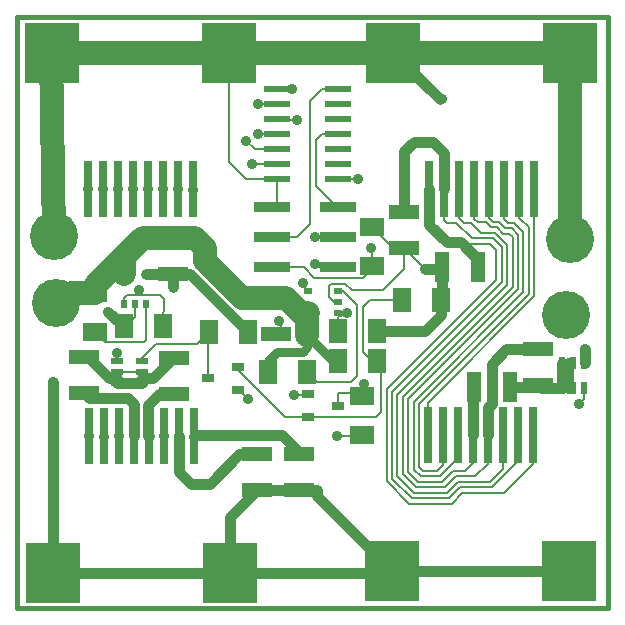
<source format=gtl>
G04 (created by PCBNEW-RS274X (2012-01-19 BZR 3256)-stable) date 2/6/2013 12:26:03 PM*
G01*
G70*
G90*
%MOIN*%
G04 Gerber Fmt 3.4, Leading zero omitted, Abs format*
%FSLAX34Y34*%
G04 APERTURE LIST*
%ADD10C,0.006000*%
%ADD11C,0.015000*%
%ADD12R,0.030000X0.020000*%
%ADD13R,0.020000X0.030000*%
%ADD14R,0.039400X0.027600*%
%ADD15R,0.180000X0.205000*%
%ADD16R,0.025000X0.187000*%
%ADD17R,0.100000X0.050000*%
%ADD18R,0.060000X0.080000*%
%ADD19R,0.080000X0.060000*%
%ADD20R,0.119000X0.038000*%
%ADD21C,0.160000*%
%ADD22R,0.050000X0.100000*%
%ADD23R,0.023600X0.039400*%
%ADD24R,0.039400X0.023600*%
%ADD25R,0.086900X0.024000*%
%ADD26C,0.080000*%
%ADD27C,0.035000*%
%ADD28C,0.030000*%
%ADD29C,0.078700*%
%ADD30C,0.035000*%
%ADD31C,0.008000*%
G04 APERTURE END LIST*
G54D10*
G54D11*
X23811Y-09433D02*
X23815Y-09437D01*
X23811Y-29118D02*
X23811Y-09433D01*
X43496Y-29118D02*
X23811Y-29118D01*
X43496Y-09433D02*
X43496Y-29118D01*
X23811Y-09433D02*
X43496Y-09433D01*
G54D12*
X34500Y-19304D03*
X34500Y-18554D03*
X33500Y-19304D03*
X34500Y-18929D03*
X33500Y-18554D03*
G54D13*
X27373Y-18992D03*
X28123Y-18992D03*
X27373Y-17992D03*
X27748Y-18992D03*
X28123Y-17992D03*
G54D14*
X30161Y-21469D03*
X31161Y-21094D03*
X31161Y-21844D03*
X34508Y-22378D03*
X33508Y-22753D03*
X33508Y-22003D03*
G54D15*
X24988Y-10606D03*
G54D16*
X26188Y-15156D03*
X26688Y-15156D03*
X27188Y-15156D03*
X27688Y-15156D03*
X28188Y-15156D03*
X28688Y-15156D03*
X29188Y-15156D03*
X29688Y-15156D03*
G54D15*
X30888Y-10606D03*
X36353Y-10614D03*
G54D16*
X37553Y-15164D03*
X38053Y-15164D03*
X38553Y-15164D03*
X39053Y-15164D03*
X39553Y-15164D03*
X40053Y-15164D03*
X40553Y-15164D03*
X41053Y-15164D03*
G54D15*
X42253Y-10614D03*
X30906Y-27953D03*
G54D16*
X29706Y-23403D03*
X29206Y-23403D03*
X28706Y-23403D03*
X28206Y-23403D03*
X27706Y-23403D03*
X27206Y-23403D03*
X26706Y-23403D03*
X26206Y-23403D03*
G54D15*
X25006Y-27953D03*
X42216Y-27898D03*
G54D16*
X41016Y-23348D03*
X40516Y-23348D03*
X40016Y-23348D03*
X39516Y-23348D03*
X39016Y-23348D03*
X38516Y-23348D03*
X38016Y-23348D03*
X37516Y-23348D03*
G54D15*
X36316Y-27898D03*
G54D17*
X29008Y-17974D03*
X29008Y-16774D03*
X32453Y-19982D03*
X32453Y-18782D03*
G54D18*
X34495Y-20898D03*
X35795Y-20898D03*
X31504Y-19921D03*
X30204Y-19921D03*
G54D19*
X35295Y-23367D03*
X35295Y-22067D03*
X26398Y-18630D03*
X26398Y-19930D03*
G54D18*
X36644Y-18866D03*
X37944Y-18866D03*
G54D20*
X32311Y-17772D03*
X32311Y-16772D03*
X32311Y-15772D03*
X34491Y-17772D03*
X34491Y-16772D03*
X34491Y-15772D03*
G54D21*
X25039Y-16728D03*
X42224Y-16807D03*
X42098Y-19343D03*
X25091Y-18969D03*
G54D18*
X32169Y-21244D03*
X33469Y-21244D03*
G54D17*
X26055Y-21962D03*
X26055Y-20762D03*
X29024Y-21978D03*
X29024Y-20778D03*
X31800Y-24000D03*
X31800Y-25200D03*
X33200Y-24000D03*
X33200Y-25200D03*
G54D22*
X39045Y-21756D03*
X40245Y-21756D03*
G54D17*
X41168Y-20487D03*
X41168Y-21687D03*
X36701Y-15912D03*
X36701Y-17112D03*
G54D22*
X39182Y-17760D03*
X37982Y-17760D03*
G54D18*
X28681Y-19717D03*
X27381Y-19717D03*
X34495Y-19898D03*
X35795Y-19898D03*
G54D23*
X41959Y-21802D03*
X42709Y-21802D03*
X42334Y-21802D03*
X42709Y-20970D03*
X41959Y-20970D03*
X42334Y-20970D03*
G54D24*
X27967Y-21627D03*
X27967Y-20877D03*
X27967Y-21252D03*
X27135Y-20877D03*
X27135Y-21627D03*
X27135Y-21252D03*
G54D25*
X34513Y-14831D03*
X34513Y-14331D03*
X34513Y-13831D03*
X34513Y-13331D03*
X34513Y-12831D03*
X34513Y-12331D03*
X34513Y-11831D03*
X32463Y-11831D03*
X32463Y-12331D03*
X32463Y-12831D03*
X32463Y-13331D03*
X32463Y-13831D03*
X32463Y-14331D03*
X32463Y-14831D03*
G54D19*
X35650Y-17709D03*
X35650Y-16409D03*
G54D26*
X33480Y-20039D03*
G54D27*
X35618Y-17110D03*
X35161Y-14823D03*
X26839Y-19268D03*
X37400Y-17827D03*
X37982Y-12168D03*
X25008Y-21587D03*
X29661Y-15183D03*
X26206Y-23403D03*
X26705Y-23406D03*
X29188Y-15156D03*
X26188Y-15156D03*
X29720Y-23413D03*
X29206Y-23403D03*
X26688Y-15156D03*
X27188Y-15156D03*
X28709Y-23382D03*
X27688Y-15156D03*
X28206Y-23403D03*
X27701Y-23382D03*
X28188Y-15156D03*
X27206Y-23403D03*
X28688Y-15156D03*
X31512Y-22154D03*
X31650Y-14311D03*
X27862Y-18520D03*
X31453Y-13559D03*
X33150Y-12858D03*
X34819Y-19299D03*
X31850Y-12319D03*
X33740Y-16752D03*
X33752Y-17669D03*
X32988Y-11831D03*
X31843Y-13331D03*
X33043Y-22020D03*
X27130Y-20610D03*
X28992Y-18433D03*
X42539Y-22331D03*
X35362Y-21646D03*
X42724Y-20480D03*
X32555Y-19555D03*
X33343Y-18295D03*
X34461Y-23386D03*
G54D28*
X33339Y-20575D02*
X32488Y-20575D01*
G54D29*
X26398Y-18373D02*
X27373Y-17398D01*
X33500Y-19304D02*
X33480Y-19324D01*
X27997Y-16774D02*
X29008Y-16774D01*
X27373Y-17992D02*
X27373Y-17398D01*
G54D28*
X32488Y-20575D02*
X32169Y-20894D01*
X33480Y-20039D02*
X34339Y-20898D01*
G54D29*
X30083Y-17118D02*
X29739Y-16774D01*
X30083Y-17552D02*
X30083Y-17118D01*
X29739Y-16774D02*
X29008Y-16774D01*
G54D28*
X34339Y-20898D02*
X34495Y-20898D01*
G54D29*
X31313Y-18782D02*
X30083Y-17552D01*
G54D28*
X32169Y-20894D02*
X32169Y-21244D01*
G54D29*
X26398Y-18630D02*
X26398Y-18373D01*
X33500Y-19304D02*
X33285Y-19304D01*
G54D30*
X33606Y-20039D02*
X33480Y-20039D01*
G54D29*
X32453Y-18782D02*
X31313Y-18782D01*
G54D28*
X33480Y-20039D02*
X33480Y-20149D01*
G54D29*
X33285Y-19304D02*
X32763Y-18782D01*
X26398Y-18630D02*
X25610Y-18630D01*
X27373Y-17398D02*
X27997Y-16774D01*
G54D28*
X33480Y-20039D02*
X33480Y-20434D01*
G54D29*
X33480Y-19324D02*
X33480Y-20039D01*
X25610Y-18630D02*
X25091Y-18969D01*
X32763Y-18782D02*
X32453Y-18782D01*
G54D28*
X33480Y-20434D02*
X33339Y-20575D01*
G54D31*
X34513Y-14831D02*
X35153Y-14831D01*
X35650Y-17142D02*
X35650Y-17709D01*
X35618Y-17110D02*
X35650Y-17142D01*
X35153Y-14831D02*
X35161Y-14823D01*
X35650Y-17709D02*
X35650Y-17799D01*
X33366Y-17772D02*
X32311Y-17772D01*
X33719Y-18125D02*
X33366Y-17772D01*
X35324Y-18125D02*
X33719Y-18125D01*
X35650Y-17799D02*
X35324Y-18125D01*
G54D30*
X37982Y-18828D02*
X37944Y-18866D01*
X33200Y-25200D02*
X33796Y-25200D01*
G54D29*
X24988Y-10606D02*
X30888Y-10606D01*
G54D30*
X27224Y-19618D02*
X27381Y-19717D01*
G54D29*
X25039Y-16728D02*
X24925Y-10669D01*
X42253Y-16758D02*
X42224Y-16807D01*
G54D30*
X30961Y-27898D02*
X30906Y-27953D01*
G54D29*
X42253Y-10614D02*
X42253Y-16758D01*
G54D30*
X31800Y-25200D02*
X33200Y-25200D01*
X37982Y-18828D02*
X37944Y-18866D01*
X30906Y-27953D02*
X25006Y-27953D01*
X36261Y-27953D02*
X36316Y-27898D01*
X36353Y-10579D02*
X36353Y-10614D01*
X37400Y-17827D02*
X37441Y-17827D01*
G54D29*
X36353Y-10614D02*
X42253Y-10614D01*
G54D31*
X34733Y-18307D02*
X34961Y-18535D01*
G54D29*
X24925Y-10669D02*
X24988Y-10606D01*
G54D30*
X25006Y-27953D02*
X25006Y-21589D01*
X25006Y-21589D02*
X25008Y-21587D01*
X36316Y-27898D02*
X42216Y-27898D01*
X37907Y-12168D02*
X36353Y-10614D01*
X37401Y-19898D02*
X37944Y-19355D01*
G54D31*
X27748Y-19432D02*
X27748Y-18992D01*
G54D30*
X30906Y-27953D02*
X30906Y-26094D01*
G54D31*
X26839Y-19268D02*
X26841Y-19270D01*
X26841Y-19270D02*
X26839Y-19268D01*
X37982Y-12168D02*
X37907Y-12168D01*
G54D30*
X30906Y-26094D02*
X31800Y-25200D01*
G54D31*
X27381Y-19717D02*
X27748Y-19432D01*
X37400Y-17811D02*
X36701Y-17112D01*
X36701Y-17838D02*
X36701Y-17112D01*
X36004Y-18535D02*
X36701Y-17838D01*
X34961Y-18535D02*
X36004Y-18535D01*
X34276Y-18307D02*
X34733Y-18307D01*
X34193Y-18390D02*
X34276Y-18307D01*
X34193Y-18740D02*
X34193Y-18390D01*
X34382Y-18929D02*
X34193Y-18740D01*
X34500Y-18929D02*
X34382Y-18929D01*
G54D30*
X37915Y-17827D02*
X37982Y-17760D01*
G54D31*
X37400Y-17827D02*
X37400Y-17811D01*
X36353Y-17112D02*
X35650Y-16409D01*
X36701Y-17112D02*
X36353Y-17112D01*
X32463Y-15620D02*
X32311Y-15772D01*
X32463Y-14831D02*
X32463Y-15620D01*
X31449Y-14831D02*
X30888Y-14270D01*
X30888Y-14270D02*
X30888Y-10606D01*
X32463Y-14831D02*
X31449Y-14831D01*
G54D30*
X35795Y-19898D02*
X37401Y-19898D01*
X26839Y-19268D02*
X27224Y-19618D01*
X37944Y-19355D02*
X37944Y-18866D01*
X33796Y-25378D02*
X36316Y-27898D01*
G54D29*
X30888Y-10606D02*
X30896Y-10614D01*
X30896Y-10614D02*
X36353Y-10614D01*
G54D30*
X33796Y-25200D02*
X33796Y-25378D01*
X37441Y-17827D02*
X37915Y-17827D01*
X30906Y-27953D02*
X36261Y-27953D01*
X37982Y-17760D02*
X37982Y-18828D01*
G54D31*
X39553Y-16125D02*
X39553Y-15164D01*
X40290Y-16458D02*
X40089Y-16458D01*
X36852Y-24585D02*
X36852Y-22160D01*
X40089Y-16458D02*
X39887Y-16256D01*
X38350Y-24557D02*
X37988Y-24919D01*
X38745Y-24557D02*
X38350Y-24557D01*
X37988Y-24919D02*
X37186Y-24919D01*
X37186Y-24919D02*
X36852Y-24585D01*
X39016Y-23348D02*
X39016Y-24286D01*
G54D30*
X39045Y-21756D02*
X39016Y-21785D01*
X39016Y-21785D02*
X39016Y-23348D01*
G54D31*
X36852Y-22160D02*
X40507Y-18505D01*
X39016Y-24286D02*
X38745Y-24557D01*
X40507Y-18505D02*
X40507Y-16675D01*
X39887Y-16256D02*
X39684Y-16256D01*
X39684Y-16256D02*
X39553Y-16125D01*
X40507Y-16675D02*
X40290Y-16458D01*
X26197Y-23453D02*
X26206Y-23444D01*
X26206Y-23403D02*
X26206Y-23444D01*
X29661Y-15183D02*
X29688Y-15156D01*
X26706Y-23403D02*
X26706Y-23452D01*
X26705Y-23453D02*
X26706Y-23452D01*
X26706Y-23405D02*
X26705Y-23406D01*
X26706Y-23403D02*
X26706Y-23405D01*
G54D30*
X32642Y-23366D02*
X29767Y-23366D01*
X29720Y-23413D02*
X29706Y-23403D01*
X29767Y-23366D02*
X29720Y-23413D01*
X33200Y-23924D02*
X32642Y-23366D01*
G54D31*
X29710Y-23403D02*
X29706Y-23403D01*
X29720Y-23413D02*
X29710Y-23403D01*
X29706Y-23403D02*
X29710Y-23403D01*
G54D30*
X33200Y-24000D02*
X33200Y-23924D01*
X31221Y-24000D02*
X31800Y-24000D01*
X29206Y-23403D02*
X29206Y-24600D01*
X30237Y-24984D02*
X31221Y-24000D01*
X29206Y-24600D02*
X29590Y-24984D01*
X29590Y-24984D02*
X30237Y-24984D01*
G54D31*
X28709Y-23382D02*
X28706Y-23385D01*
X28706Y-23385D02*
X28706Y-23403D01*
G54D30*
X28158Y-23403D02*
X28206Y-23403D01*
X28542Y-21978D02*
X28158Y-22362D01*
G54D31*
X28205Y-23402D02*
X28206Y-23403D01*
G54D30*
X28158Y-22362D02*
X28158Y-23403D01*
X29024Y-21978D02*
X28542Y-21978D01*
G54D31*
X27701Y-23382D02*
X27706Y-23387D01*
X27706Y-23387D02*
X27706Y-23403D01*
X27706Y-23387D02*
X27706Y-23403D01*
G54D30*
X26215Y-22122D02*
X27512Y-22122D01*
X27706Y-22316D02*
X27706Y-23403D01*
X27512Y-22122D02*
X27706Y-22316D01*
X26055Y-21962D02*
X26215Y-22122D01*
G54D31*
X27206Y-23401D02*
X27209Y-23398D01*
X27206Y-23403D02*
X27206Y-23401D01*
X31670Y-14331D02*
X32463Y-14331D01*
X31161Y-21844D02*
X31202Y-21844D01*
X31650Y-14311D02*
X31670Y-14331D01*
X31202Y-21844D02*
X31512Y-22154D01*
X27866Y-18685D02*
X28563Y-18685D01*
X27866Y-18685D02*
X27866Y-18524D01*
X27373Y-18781D02*
X27469Y-18685D01*
X27862Y-18520D02*
X27866Y-18524D01*
X32463Y-13831D02*
X31725Y-13831D01*
X28693Y-18815D02*
X28681Y-19717D01*
X28563Y-18685D02*
X28693Y-18815D01*
X32013Y-13835D02*
X32370Y-13835D01*
X32463Y-13831D02*
X32017Y-13831D01*
X31725Y-13831D02*
X31453Y-13559D01*
X32017Y-13831D02*
X32013Y-13835D01*
X27469Y-18685D02*
X27866Y-18685D01*
X27373Y-18992D02*
X27373Y-18781D01*
X33150Y-12858D02*
X32490Y-12858D01*
X34495Y-19422D02*
X34819Y-19299D01*
X32463Y-12831D02*
X32490Y-12858D01*
X34495Y-19898D02*
X34495Y-19422D01*
X34500Y-19304D02*
X34819Y-19299D01*
X31862Y-12331D02*
X31850Y-12319D01*
X32463Y-12331D02*
X31862Y-12331D01*
X33760Y-16772D02*
X34491Y-16772D01*
X33740Y-16752D02*
X33760Y-16772D01*
X33855Y-17772D02*
X34491Y-17772D01*
X33752Y-17669D02*
X33855Y-17772D01*
X32463Y-11831D02*
X32988Y-11831D01*
X28123Y-20200D02*
X28051Y-20272D01*
X26740Y-20272D02*
X26398Y-19930D01*
X28123Y-18992D02*
X28123Y-20200D01*
X28051Y-20272D02*
X26740Y-20272D01*
X29790Y-20335D02*
X30204Y-19921D01*
X30161Y-19964D02*
X30204Y-19921D01*
X27967Y-20805D02*
X28437Y-20335D01*
X27967Y-20877D02*
X27967Y-20805D01*
X28437Y-20335D02*
X29790Y-20335D01*
X30161Y-21469D02*
X30161Y-19964D01*
X32463Y-13331D02*
X31843Y-13331D01*
X33043Y-22020D02*
X33491Y-22020D01*
X33491Y-22020D02*
X33508Y-22003D01*
X33819Y-21594D02*
X34945Y-21594D01*
X33469Y-21244D02*
X33819Y-21594D01*
X34688Y-18554D02*
X34500Y-18554D01*
X35142Y-19008D02*
X34688Y-18554D01*
X35142Y-21397D02*
X35142Y-19008D01*
X34945Y-21594D02*
X35142Y-21397D01*
X34491Y-15772D02*
X34461Y-15772D01*
X33960Y-13331D02*
X34513Y-13331D01*
X33760Y-13531D02*
X33960Y-13331D01*
X33760Y-15071D02*
X33760Y-13531D01*
X34461Y-15772D02*
X33760Y-15071D01*
X34513Y-11831D02*
X33980Y-11831D01*
X33126Y-16772D02*
X32311Y-16772D01*
X33578Y-16320D02*
X33126Y-16772D01*
X33578Y-12233D02*
X33578Y-16320D01*
X33980Y-11831D02*
X33578Y-12233D01*
G54D30*
X26055Y-20762D02*
X26160Y-20762D01*
X29017Y-20778D02*
X29024Y-20778D01*
X27135Y-21627D02*
X27967Y-21627D01*
G54D31*
X27967Y-21453D02*
X27967Y-21252D01*
G54D30*
X27967Y-21453D02*
X28342Y-21453D01*
G54D31*
X27967Y-21252D02*
X27135Y-21252D01*
X27135Y-21461D02*
X27135Y-21627D01*
G54D30*
X28342Y-21453D02*
X29017Y-20778D01*
G54D31*
X27967Y-21627D02*
X27967Y-21453D01*
X27135Y-21252D02*
X27135Y-21461D01*
G54D30*
X26859Y-21461D02*
X27135Y-21461D01*
X26160Y-20762D02*
X26859Y-21461D01*
G54D31*
X27135Y-20877D02*
X27135Y-20615D01*
G54D30*
X28141Y-17974D02*
X29008Y-17974D01*
X28992Y-18433D02*
X29008Y-18417D01*
G54D31*
X27130Y-20610D02*
X27135Y-20615D01*
G54D30*
X29008Y-18417D02*
X29008Y-17974D01*
X28123Y-17992D02*
X28141Y-17974D01*
X29008Y-17974D02*
X29557Y-17974D01*
X29557Y-17974D02*
X31504Y-19921D01*
G54D31*
X39961Y-17104D02*
X39659Y-16802D01*
X38053Y-16180D02*
X38053Y-15164D01*
X39651Y-25103D02*
X38579Y-25103D01*
X36958Y-25465D02*
X36306Y-24813D01*
X40516Y-24238D02*
X39651Y-25103D01*
X39961Y-18262D02*
X39961Y-17104D01*
X38434Y-16276D02*
X38149Y-16276D01*
X36306Y-24813D02*
X36306Y-21917D01*
X39659Y-16802D02*
X38960Y-16802D01*
X38149Y-16276D02*
X38053Y-16180D01*
X36306Y-21917D02*
X39961Y-18262D01*
X38960Y-16802D02*
X38434Y-16276D01*
X38579Y-25103D02*
X38217Y-25465D01*
X38217Y-25465D02*
X36958Y-25465D01*
X40516Y-23348D02*
X40516Y-24238D01*
G54D30*
X36701Y-13902D02*
X37024Y-13579D01*
X37024Y-13579D02*
X37689Y-13579D01*
X37689Y-13579D02*
X38053Y-13943D01*
X38053Y-13943D02*
X38053Y-15164D01*
X36701Y-15912D02*
X36701Y-13902D01*
X40122Y-20487D02*
X41168Y-20487D01*
G54D31*
X39083Y-24739D02*
X38427Y-24739D01*
X39164Y-16256D02*
X39053Y-16145D01*
X39053Y-16145D02*
X39053Y-15164D01*
X38427Y-24739D02*
X38065Y-25101D01*
X39811Y-16438D02*
X39608Y-16438D01*
X39608Y-16438D02*
X39426Y-16256D01*
X39516Y-23348D02*
X39516Y-24306D01*
X39516Y-24306D02*
X39083Y-24739D01*
G54D30*
X39633Y-20976D02*
X40122Y-20487D01*
G54D31*
X37110Y-25101D02*
X36670Y-24661D01*
G54D30*
X39516Y-23348D02*
X39516Y-22432D01*
G54D31*
X40214Y-16640D02*
X40013Y-16640D01*
G54D30*
X39516Y-22432D02*
X39633Y-22315D01*
G54D31*
X36670Y-24661D02*
X36670Y-22082D01*
X40325Y-18427D02*
X40325Y-16751D01*
X39426Y-16256D02*
X39164Y-16256D01*
G54D30*
X39633Y-22315D02*
X39633Y-20976D01*
G54D31*
X36670Y-22082D02*
X40325Y-18427D01*
X38065Y-25101D02*
X37110Y-25101D01*
X40013Y-16640D02*
X39811Y-16438D01*
X40325Y-16751D02*
X40214Y-16640D01*
X39779Y-18175D02*
X39779Y-17180D01*
X40049Y-25285D02*
X38656Y-25285D01*
X36882Y-25647D02*
X36124Y-24889D01*
X39779Y-17180D02*
X39583Y-16984D01*
G54D30*
X39182Y-17506D02*
X39182Y-17760D01*
X38129Y-16925D02*
X38601Y-16925D01*
G54D31*
X39583Y-16984D02*
X38660Y-16984D01*
X36124Y-21830D02*
X39779Y-18175D01*
X41016Y-24318D02*
X40049Y-25285D01*
G54D30*
X37553Y-16349D02*
X38129Y-16925D01*
X37553Y-15164D02*
X37553Y-16349D01*
G54D31*
X38660Y-16984D02*
X38601Y-16925D01*
G54D30*
X38601Y-16925D02*
X39182Y-17506D01*
G54D31*
X36124Y-24889D02*
X36124Y-21830D01*
X41016Y-23348D02*
X41016Y-24318D01*
X38294Y-25647D02*
X36882Y-25647D01*
X38656Y-25285D02*
X38294Y-25647D01*
X39574Y-24921D02*
X38503Y-24921D01*
X37034Y-25283D02*
X36488Y-24737D01*
X36488Y-24737D02*
X36488Y-22008D01*
X38553Y-16137D02*
X38553Y-15164D01*
X40016Y-24479D02*
X39574Y-24921D01*
X40143Y-17028D02*
X39735Y-16620D01*
X38503Y-24921D02*
X38141Y-25283D01*
X36488Y-22008D02*
X40143Y-18353D01*
X38692Y-16276D02*
X38553Y-16137D01*
X38926Y-16276D02*
X38692Y-16276D01*
X40143Y-18353D02*
X40143Y-17028D01*
X39735Y-16620D02*
X39270Y-16620D01*
X39270Y-16620D02*
X38926Y-16276D01*
X38141Y-25283D02*
X37034Y-25283D01*
X40016Y-23348D02*
X40016Y-24479D01*
X40053Y-16164D02*
X40053Y-15164D01*
X40689Y-18589D02*
X40689Y-16599D01*
X37262Y-24737D02*
X37034Y-24509D01*
X37912Y-24737D02*
X37262Y-24737D01*
X40689Y-16599D02*
X40366Y-16276D01*
X37034Y-22244D02*
X40689Y-18589D01*
X40366Y-16276D02*
X40165Y-16276D01*
X38516Y-23348D02*
X38516Y-24133D01*
X38516Y-24133D02*
X37912Y-24737D01*
X37034Y-24509D02*
X37034Y-22244D01*
X40165Y-16276D02*
X40053Y-16164D01*
X37216Y-22318D02*
X40871Y-18663D01*
X38016Y-23348D02*
X38016Y-24342D01*
X40553Y-16117D02*
X40553Y-15164D01*
X40871Y-18663D02*
X40871Y-16435D01*
X38016Y-24342D02*
X37803Y-24555D01*
X37216Y-24433D02*
X37216Y-22318D01*
X37338Y-24555D02*
X37216Y-24433D01*
X40871Y-16435D02*
X40553Y-16117D01*
X37803Y-24555D02*
X37338Y-24555D01*
X41053Y-18739D02*
X37516Y-22276D01*
X41053Y-17122D02*
X41053Y-18739D01*
X37516Y-22276D02*
X37516Y-23348D01*
X41053Y-15164D02*
X41053Y-17122D01*
X35295Y-22067D02*
X35295Y-21713D01*
X42709Y-22161D02*
X42709Y-21802D01*
X42539Y-22331D02*
X42709Y-22161D01*
X35295Y-21713D02*
X35362Y-21646D01*
X35193Y-21965D02*
X35295Y-22067D01*
X34512Y-22374D02*
X34508Y-22378D01*
X34512Y-21965D02*
X34512Y-22374D01*
X34512Y-21965D02*
X35193Y-21965D01*
G54D30*
X41959Y-21802D02*
X41283Y-21802D01*
G54D31*
X42334Y-21802D02*
X42334Y-20970D01*
X41959Y-20970D02*
X42173Y-20970D01*
G54D30*
X42173Y-21795D02*
X42169Y-21799D01*
X41959Y-20970D02*
X41959Y-21802D01*
X41283Y-21802D02*
X41168Y-21687D01*
X41168Y-21687D02*
X41099Y-21756D01*
X41099Y-21756D02*
X40245Y-21756D01*
X42173Y-20970D02*
X42173Y-21795D01*
G54D31*
X42173Y-20970D02*
X42334Y-20970D01*
X32453Y-19982D02*
X32710Y-19982D01*
X32555Y-19555D02*
X32710Y-19982D01*
X33343Y-18397D02*
X33343Y-18295D01*
X33500Y-18554D02*
X33343Y-18397D01*
G54D30*
X42724Y-20480D02*
X42748Y-20732D01*
X42748Y-20732D02*
X42728Y-20957D01*
X42732Y-20969D02*
X42728Y-20957D01*
G54D31*
X34461Y-23386D02*
X35276Y-23386D01*
G54D30*
X42728Y-20957D02*
X42728Y-20957D01*
G54D31*
X42727Y-20988D02*
X42728Y-20957D01*
X42709Y-20970D02*
X42727Y-20988D01*
X35276Y-23386D02*
X35295Y-23367D01*
X35942Y-21045D02*
X35795Y-20898D01*
X32738Y-22753D02*
X33508Y-22753D01*
X31161Y-21176D02*
X32738Y-22753D01*
X35780Y-22753D02*
X35942Y-22591D01*
X35942Y-22591D02*
X35942Y-21045D01*
X33508Y-22753D02*
X35780Y-22753D01*
X35347Y-20590D02*
X35347Y-19090D01*
X35571Y-18866D02*
X36644Y-18866D01*
X35347Y-19090D02*
X35571Y-18866D01*
X35655Y-20898D02*
X35347Y-20590D01*
X35795Y-20898D02*
X35655Y-20898D01*
X31161Y-21094D02*
X31161Y-21176D01*
M02*

</source>
